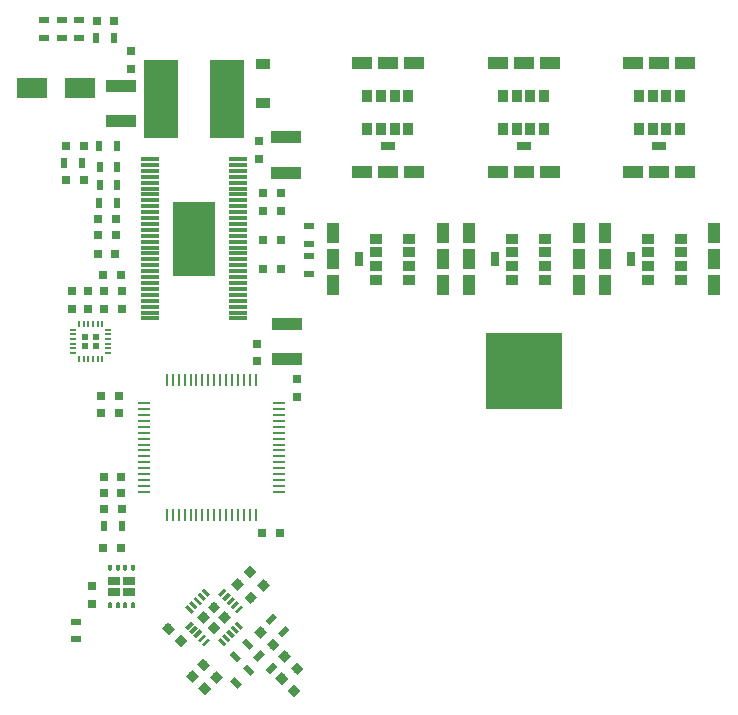
<source format=gbr>
G04 #@! TF.GenerationSoftware,KiCad,Pcbnew,(2017-08-25 revision dd37d0595)-makepkg*
G04 #@! TF.CreationDate,2018-04-16T21:33:21-04:00*
G04 #@! TF.ProjectId,VESC_6.4,564553435F362E342E6B696361645F70,rev?*
G04 #@! TF.SameCoordinates,Original*
G04 #@! TF.FileFunction,Paste,Top*
G04 #@! TF.FilePolarity,Positive*
%FSLAX46Y46*%
G04 Gerber Fmt 4.6, Leading zero omitted, Abs format (unit mm)*
G04 Created by KiCad (PCBNEW (2017-08-25 revision dd37d0595)-makepkg) date 04/16/18 21:33:21*
%MOMM*%
%LPD*%
G01*
G04 APERTURE LIST*
%ADD10R,1.550000X0.300000*%
%ADD11R,3.610000X6.350000*%
%ADD12R,2.500000X1.800000*%
%ADD13R,1.200000X0.900000*%
%ADD14R,6.500000X6.500000*%
%ADD15R,0.800000X0.750000*%
%ADD16R,0.750000X0.800000*%
%ADD17R,2.500000X1.000000*%
%ADD18C,0.750000*%
%ADD19C,0.100000*%
%ADD20R,2.850000X6.600000*%
%ADD21C,0.500000*%
%ADD22R,1.100000X1.700000*%
%ADD23R,1.100000X0.850000*%
%ADD24R,0.700000X1.300000*%
%ADD25R,1.700000X1.100000*%
%ADD26R,0.850000X1.100000*%
%ADD27R,1.300000X0.700000*%
%ADD28R,0.900000X0.500000*%
%ADD29R,0.500000X0.900000*%
%ADD30R,1.000000X0.250000*%
%ADD31R,0.250000X1.000000*%
%ADD32O,0.300000X0.550000*%
%ADD33R,0.300000X0.200000*%
%ADD34R,1.000000X0.650000*%
%ADD35C,0.300000*%
%ADD36R,0.525000X0.480000*%
%ADD37R,0.200000X0.550000*%
%ADD38R,0.550000X0.200000*%
G04 APERTURE END LIST*
D10*
X142548300Y-78124100D03*
X135048300Y-78124100D03*
X142548300Y-78624100D03*
X135048300Y-78624100D03*
X142548300Y-79124100D03*
X135048300Y-79124100D03*
X142548300Y-79624100D03*
X135048300Y-79624100D03*
X142548300Y-80124100D03*
X135048300Y-80124100D03*
X142548300Y-80624100D03*
X135048300Y-80624100D03*
X142548300Y-81124100D03*
X135048300Y-81124100D03*
X142548300Y-81624100D03*
X135048300Y-81624100D03*
X142548300Y-82124100D03*
X135048300Y-82124100D03*
X142548300Y-82624100D03*
X135048300Y-82624100D03*
X142548300Y-83124100D03*
X135048300Y-83124100D03*
X142548300Y-83624100D03*
X135048300Y-83624100D03*
X142548300Y-84124100D03*
X135048300Y-84124100D03*
X142548300Y-84624100D03*
X135048300Y-84624100D03*
X142548300Y-85124100D03*
X135048300Y-85124100D03*
X142548300Y-85624100D03*
X135048300Y-85624100D03*
X142548300Y-86124100D03*
X135048300Y-86124100D03*
X142548300Y-86624100D03*
X135048300Y-86624100D03*
X142548300Y-87124100D03*
X135048300Y-87124100D03*
X142548300Y-87624100D03*
X135048300Y-87624100D03*
X142548300Y-88124100D03*
X135048300Y-88124100D03*
X142548300Y-88624100D03*
X135048300Y-88624100D03*
X142548300Y-89124100D03*
X135048300Y-89124100D03*
X142548300Y-89624100D03*
X135048300Y-89624100D03*
X142548300Y-90124100D03*
X135048300Y-90124100D03*
X142548300Y-90624100D03*
X135048300Y-90624100D03*
X142548300Y-91124100D03*
X135048300Y-91124100D03*
X142548300Y-91624100D03*
X135048300Y-91624100D03*
D11*
X138798300Y-84874100D03*
D12*
X129114300Y-72072500D03*
X125114300Y-72072500D03*
D13*
X144637760Y-73364360D03*
X144637760Y-70064360D03*
D14*
X166707400Y-96104900D03*
D15*
X132664900Y-107759500D03*
X131164900Y-107759500D03*
X130568000Y-66459100D03*
X132068000Y-66459100D03*
X146063400Y-109766100D03*
X144563400Y-109766100D03*
X132644580Y-105011220D03*
X131144580Y-105011220D03*
D16*
X144145000Y-95263400D03*
X144145000Y-93763400D03*
D15*
X131157280Y-106382820D03*
X132657280Y-106382820D03*
X132461700Y-99606100D03*
X130961700Y-99606100D03*
D16*
X147523200Y-96747900D03*
X147523200Y-98247900D03*
D15*
X132169600Y-83223100D03*
X130669600Y-83223100D03*
X129476380Y-79886912D03*
X127976380Y-79886912D03*
X130669600Y-84582000D03*
X132169600Y-84582000D03*
X129463680Y-77016712D03*
X127963680Y-77016712D03*
X131088700Y-87922100D03*
X132588700Y-87922100D03*
X130644200Y-86169500D03*
X132144200Y-86169500D03*
D16*
X132727700Y-90793000D03*
X132727700Y-89293000D03*
D17*
X146672300Y-92086300D03*
X146672300Y-95086300D03*
D16*
X144284700Y-78131100D03*
X144284700Y-76631100D03*
D15*
X144665000Y-82486500D03*
X146165000Y-82486500D03*
X146165000Y-84975700D03*
X144665000Y-84975700D03*
X144677700Y-87477600D03*
X146177700Y-87477600D03*
X146165000Y-81026000D03*
X144665000Y-81026000D03*
D17*
X146621500Y-76287500D03*
X146621500Y-79287500D03*
D16*
X133477000Y-70498400D03*
X133477000Y-68998400D03*
D17*
X132600700Y-71906000D03*
X132600700Y-74906000D03*
D15*
X130961700Y-98221800D03*
X132461700Y-98221800D03*
X131106480Y-111099600D03*
X132606480Y-111099600D03*
D16*
X130124200Y-115799300D03*
X130124200Y-114299300D03*
D18*
X143627370Y-115262130D03*
D19*
G36*
X143609692Y-115810138D02*
X143079362Y-115279808D01*
X143645048Y-114714122D01*
X144175378Y-115244452D01*
X143609692Y-115810138D01*
X143609692Y-115810138D01*
G37*
D18*
X144688030Y-114201470D03*
D19*
G36*
X144670352Y-114749478D02*
X144140022Y-114219148D01*
X144705708Y-113653462D01*
X145236038Y-114183792D01*
X144670352Y-114749478D01*
X144670352Y-114749478D01*
G37*
D18*
X136634750Y-117859070D03*
D19*
G36*
X137182758Y-117876748D02*
X136652428Y-118407078D01*
X136086742Y-117841392D01*
X136617072Y-117311062D01*
X137182758Y-117876748D01*
X137182758Y-117876748D01*
G37*
D18*
X137695410Y-118919730D03*
D19*
G36*
X138243418Y-118937408D02*
X137713088Y-119467738D01*
X137147402Y-118902052D01*
X137677732Y-118371722D01*
X138243418Y-118937408D01*
X138243418Y-118937408D01*
G37*
D18*
X142484370Y-114131830D03*
D19*
G36*
X142502048Y-113583822D02*
X143032378Y-114114152D01*
X142466692Y-114679838D01*
X141936362Y-114149508D01*
X142502048Y-113583822D01*
X142502048Y-113583822D01*
G37*
D18*
X143545030Y-113071170D03*
D19*
G36*
X143562708Y-112523162D02*
X144093038Y-113053492D01*
X143527352Y-113619178D01*
X142997022Y-113088848D01*
X143562708Y-112523162D01*
X143562708Y-112523162D01*
G37*
D18*
X144452870Y-118176570D03*
D19*
G36*
X143904862Y-118158892D02*
X144435192Y-117628562D01*
X145000878Y-118194248D01*
X144470548Y-118724578D01*
X143904862Y-118158892D01*
X143904862Y-118158892D01*
G37*
D18*
X145513530Y-119237230D03*
D19*
G36*
X144965522Y-119219552D02*
X145495852Y-118689222D01*
X146061538Y-119254908D01*
X145531208Y-119785238D01*
X144965522Y-119219552D01*
X144965522Y-119219552D01*
G37*
D18*
X140674830Y-122005830D03*
D19*
G36*
X141222838Y-122023508D02*
X140692508Y-122553838D01*
X140126822Y-121988152D01*
X140657152Y-121457822D01*
X141222838Y-122023508D01*
X141222838Y-122023508D01*
G37*
D18*
X139614170Y-120945170D03*
D19*
G36*
X140162178Y-120962848D02*
X139631848Y-121493178D01*
X139066162Y-120927492D01*
X139596492Y-120397162D01*
X140162178Y-120962848D01*
X140162178Y-120962848D01*
G37*
D18*
X138661670Y-121910370D03*
D19*
G36*
X139209678Y-121928048D02*
X138679348Y-122458378D01*
X138113662Y-121892692D01*
X138643992Y-121362362D01*
X139209678Y-121928048D01*
X139209678Y-121928048D01*
G37*
D18*
X139722330Y-122971030D03*
D19*
G36*
X140270338Y-122988708D02*
X139740008Y-123519038D01*
X139174322Y-122953352D01*
X139704652Y-122423022D01*
X140270338Y-122988708D01*
X140270338Y-122988708D01*
G37*
D18*
X146227800Y-122097800D03*
D19*
G36*
X146775808Y-122115478D02*
X146245478Y-122645808D01*
X145679792Y-122080122D01*
X146210122Y-121549792D01*
X146775808Y-122115478D01*
X146775808Y-122115478D01*
G37*
D18*
X147288460Y-123158460D03*
D19*
G36*
X147836468Y-123176138D02*
X147306138Y-123706468D01*
X146740452Y-123140782D01*
X147270782Y-122610452D01*
X147836468Y-123176138D01*
X147836468Y-123176138D01*
G37*
D18*
X147545530Y-121269230D03*
D19*
G36*
X148093538Y-121286908D02*
X147563208Y-121817238D01*
X146997522Y-121251552D01*
X147527852Y-120721222D01*
X148093538Y-121286908D01*
X148093538Y-121286908D01*
G37*
D18*
X146484870Y-120208570D03*
D19*
G36*
X147032878Y-120226248D02*
X146502548Y-120756578D01*
X145936862Y-120190892D01*
X146467192Y-119660562D01*
X147032878Y-120226248D01*
X147032878Y-120226248D01*
G37*
D16*
X129827020Y-89303160D03*
X129827020Y-90803160D03*
X131216400Y-90805700D03*
X131216400Y-89305700D03*
X128485900Y-89305700D03*
X128485900Y-90805700D03*
D20*
X141623300Y-73025000D03*
X135973300Y-73025000D03*
D21*
X143329130Y-119192570D03*
D19*
G36*
X143187709Y-118697595D02*
X143824105Y-119333991D01*
X143470551Y-119687545D01*
X142834155Y-119051149D01*
X143187709Y-118697595D01*
X143187709Y-118697595D01*
G37*
D21*
X142268470Y-120253230D03*
D19*
G36*
X142127049Y-119758255D02*
X142763445Y-120394651D01*
X142409891Y-120748205D01*
X141773495Y-120111809D01*
X142127049Y-119758255D01*
X142127049Y-119758255D01*
G37*
D21*
X144310100Y-120180100D03*
D19*
G36*
X144805075Y-120038679D02*
X144168679Y-120675075D01*
X143815125Y-120321521D01*
X144451521Y-119685125D01*
X144805075Y-120038679D01*
X144805075Y-120038679D01*
G37*
D21*
X145370760Y-121240760D03*
D19*
G36*
X145865735Y-121099339D02*
X145229339Y-121735735D01*
X144875785Y-121382181D01*
X145512181Y-120745785D01*
X145865735Y-121099339D01*
X145865735Y-121099339D01*
G37*
D21*
X142357370Y-122463030D03*
D19*
G36*
X142215949Y-121968055D02*
X142852345Y-122604451D01*
X142498791Y-122958005D01*
X141862395Y-122321609D01*
X142215949Y-121968055D01*
X142215949Y-121968055D01*
G37*
D21*
X143418030Y-121402370D03*
D19*
G36*
X143276609Y-120907395D02*
X143913005Y-121543791D01*
X143559451Y-121897345D01*
X142923055Y-121260949D01*
X143276609Y-120907395D01*
X143276609Y-120907395D01*
G37*
D22*
X159857400Y-84404900D03*
X159857400Y-88804900D03*
X159857400Y-86604900D03*
X150557400Y-88804900D03*
X150557400Y-84404900D03*
X150557400Y-86604900D03*
D23*
X157007400Y-88329900D03*
X154207400Y-88329900D03*
X157007400Y-84879900D03*
X154207400Y-84879900D03*
X157007400Y-86029900D03*
X157007400Y-87179900D03*
X154207400Y-87179900D03*
X154207400Y-86029900D03*
D24*
X152807400Y-86604900D03*
D25*
X153007400Y-69954900D03*
X157407400Y-69954900D03*
X155207400Y-69954900D03*
X157407400Y-79254900D03*
X153007400Y-79254900D03*
X155207400Y-79254900D03*
D26*
X156932400Y-72804900D03*
X156932400Y-75604900D03*
X153482400Y-72804900D03*
X153482400Y-75604900D03*
X154632400Y-72804900D03*
X155782400Y-72804900D03*
X155782400Y-75604900D03*
X154632400Y-75604900D03*
D27*
X155207400Y-77004900D03*
D24*
X164307400Y-86604900D03*
D23*
X165707400Y-86029900D03*
X165707400Y-87179900D03*
X168507400Y-87179900D03*
X168507400Y-86029900D03*
X165707400Y-84879900D03*
X168507400Y-84879900D03*
X165707400Y-88329900D03*
X168507400Y-88329900D03*
D22*
X162057400Y-86604900D03*
X162057400Y-84404900D03*
X162057400Y-88804900D03*
X171357400Y-86604900D03*
X171357400Y-88804900D03*
X171357400Y-84404900D03*
D27*
X166707400Y-77004900D03*
D26*
X166132400Y-75604900D03*
X167282400Y-75604900D03*
X167282400Y-72804900D03*
X166132400Y-72804900D03*
X164982400Y-75604900D03*
X164982400Y-72804900D03*
X168432400Y-75604900D03*
X168432400Y-72804900D03*
D25*
X166707400Y-79254900D03*
X164507400Y-79254900D03*
X168907400Y-79254900D03*
X166707400Y-69954900D03*
X168907400Y-69954900D03*
X164507400Y-69954900D03*
D24*
X175807400Y-86604900D03*
D23*
X177207400Y-86029900D03*
X177207400Y-87179900D03*
X180007400Y-87179900D03*
X180007400Y-86029900D03*
X177207400Y-84879900D03*
X180007400Y-84879900D03*
X177207400Y-88329900D03*
X180007400Y-88329900D03*
D22*
X173557400Y-86604900D03*
X173557400Y-84404900D03*
X173557400Y-88804900D03*
X182857400Y-86604900D03*
X182857400Y-88804900D03*
X182857400Y-84404900D03*
D25*
X176007400Y-69954900D03*
X180407400Y-69954900D03*
X178207400Y-69954900D03*
X180407400Y-79254900D03*
X176007400Y-79254900D03*
X178207400Y-79254900D03*
D26*
X179932400Y-72804900D03*
X179932400Y-75604900D03*
X176482400Y-72804900D03*
X176482400Y-75604900D03*
X177632400Y-72804900D03*
X178782400Y-72804900D03*
X178782400Y-75604900D03*
X177632400Y-75604900D03*
D27*
X178207400Y-77004900D03*
D28*
X129044700Y-66344100D03*
X129044700Y-67844100D03*
X127584200Y-67844100D03*
X127584200Y-66344100D03*
X126111000Y-66356800D03*
X126111000Y-67856800D03*
D29*
X132677600Y-109194600D03*
X131177600Y-109194600D03*
X132029900Y-67906900D03*
X130529900Y-67906900D03*
X132309300Y-78790800D03*
X130809300Y-78790800D03*
X130809300Y-80302100D03*
X132309300Y-80302100D03*
X127824680Y-78451812D03*
X129324680Y-78451812D03*
X132283900Y-77025500D03*
X130783900Y-77025500D03*
X132296600Y-81813400D03*
X130796600Y-81813400D03*
D28*
X148501100Y-87872000D03*
X148501100Y-86372000D03*
X128808480Y-117283800D03*
X128808480Y-118783800D03*
D21*
X146415230Y-118119630D03*
D19*
G36*
X146910205Y-117978209D02*
X146273809Y-118614605D01*
X145920255Y-118261051D01*
X146556651Y-117624655D01*
X146910205Y-117978209D01*
X146910205Y-117978209D01*
G37*
D21*
X145354570Y-117058970D03*
D19*
G36*
X145849545Y-116917549D02*
X145213149Y-117553945D01*
X144859595Y-117200391D01*
X145495991Y-116563995D01*
X145849545Y-116917549D01*
X145849545Y-116917549D01*
G37*
D28*
X148501100Y-83806600D03*
X148501100Y-85306600D03*
D30*
X145958800Y-98802500D03*
X145958800Y-99302500D03*
X145958800Y-99802500D03*
X145958800Y-100302500D03*
X145958800Y-100802500D03*
X145958800Y-101302500D03*
X145958800Y-101802500D03*
X145958800Y-102302500D03*
X145958800Y-102802500D03*
X145958800Y-103302500D03*
X145958800Y-103802500D03*
X145958800Y-104302500D03*
X145958800Y-104802500D03*
X145958800Y-105302500D03*
X145958800Y-105802500D03*
X145958800Y-106302500D03*
D31*
X144008800Y-108252500D03*
X143508800Y-108252500D03*
X143008800Y-108252500D03*
X142508800Y-108252500D03*
X142008800Y-108252500D03*
X141508800Y-108252500D03*
X141008800Y-108252500D03*
X140508800Y-108252500D03*
X140008800Y-108252500D03*
X139508800Y-108252500D03*
X139008800Y-108252500D03*
X138508800Y-108252500D03*
X138008800Y-108252500D03*
X137508800Y-108252500D03*
X137008800Y-108252500D03*
X136508800Y-108252500D03*
D30*
X134558800Y-106302500D03*
X134558800Y-105802500D03*
X134558800Y-105302500D03*
X134558800Y-104802500D03*
X134558800Y-104302500D03*
X134558800Y-103802500D03*
X134558800Y-103302500D03*
X134558800Y-102802500D03*
X134558800Y-102302500D03*
X134558800Y-101802500D03*
X134558800Y-101302500D03*
X134558800Y-100802500D03*
X134558800Y-100302500D03*
X134558800Y-99802500D03*
X134558800Y-99302500D03*
X134558800Y-98802500D03*
D31*
X136508800Y-96852500D03*
X137008800Y-96852500D03*
X137508800Y-96852500D03*
X138008800Y-96852500D03*
X138508800Y-96852500D03*
X139008800Y-96852500D03*
X139508800Y-96852500D03*
X140008800Y-96852500D03*
X140508800Y-96852500D03*
X141008800Y-96852500D03*
X141508800Y-96852500D03*
X142008800Y-96852500D03*
X142508800Y-96852500D03*
X143008800Y-96852500D03*
X143508800Y-96852500D03*
X144008800Y-96852500D03*
D32*
X133636500Y-112793600D03*
X132986500Y-112793600D03*
D33*
X132336500Y-112593600D03*
D32*
X131686500Y-112793600D03*
X131686500Y-115893600D03*
X132336500Y-115893600D03*
D33*
X132986500Y-116093600D03*
X133636500Y-116093600D03*
D34*
X133286500Y-113893600D03*
X133286500Y-114793600D03*
X132036500Y-113893600D03*
X132036500Y-114793600D03*
D33*
X133636500Y-112593600D03*
X132986500Y-112593600D03*
D32*
X132336500Y-112793600D03*
D33*
X131686500Y-112593600D03*
X131686500Y-116093600D03*
X132336500Y-116093600D03*
D32*
X132986500Y-115893600D03*
X133636500Y-115893600D03*
D18*
X140505589Y-116041899D03*
D19*
G36*
X139975259Y-116041899D02*
X140505589Y-115511569D01*
X141035919Y-116041899D01*
X140505589Y-116572229D01*
X139975259Y-116041899D01*
X139975259Y-116041899D01*
G37*
D18*
X139621706Y-116925782D03*
D19*
G36*
X139091376Y-116925782D02*
X139621706Y-116395452D01*
X140152036Y-116925782D01*
X139621706Y-117456112D01*
X139091376Y-116925782D01*
X139091376Y-116925782D01*
G37*
D18*
X141389472Y-116925782D03*
D19*
G36*
X140859142Y-116925782D02*
X141389472Y-116395452D01*
X141919802Y-116925782D01*
X141389472Y-117456112D01*
X140859142Y-116925782D01*
X140859142Y-116925782D01*
G37*
D18*
X140505589Y-117809665D03*
D19*
G36*
X139975259Y-117809665D02*
X140505589Y-117279335D01*
X141035919Y-117809665D01*
X140505589Y-118339995D01*
X139975259Y-117809665D01*
X139975259Y-117809665D01*
G37*
D35*
X141187947Y-114829210D03*
D19*
G36*
X141035919Y-115193370D02*
X140823787Y-114981238D01*
X141339975Y-114465050D01*
X141552107Y-114677182D01*
X141035919Y-115193370D01*
X141035919Y-115193370D01*
G37*
D35*
X141541500Y-115182764D03*
D19*
G36*
X141389472Y-115546924D02*
X141177340Y-115334792D01*
X141693528Y-114818604D01*
X141905660Y-115030736D01*
X141389472Y-115546924D01*
X141389472Y-115546924D01*
G37*
D35*
X141895054Y-115536317D03*
D19*
G36*
X141743026Y-115900477D02*
X141530894Y-115688345D01*
X142047082Y-115172157D01*
X142259214Y-115384289D01*
X141743026Y-115900477D01*
X141743026Y-115900477D01*
G37*
D35*
X142248607Y-115889871D03*
D19*
G36*
X142096579Y-116254031D02*
X141884447Y-116041899D01*
X142400635Y-115525711D01*
X142612767Y-115737843D01*
X142096579Y-116254031D01*
X142096579Y-116254031D01*
G37*
D35*
X142602161Y-116243424D03*
D19*
G36*
X142450133Y-116607584D02*
X142238001Y-116395452D01*
X142754189Y-115879264D01*
X142966321Y-116091396D01*
X142450133Y-116607584D01*
X142450133Y-116607584D01*
G37*
D35*
X142602161Y-117608140D03*
D19*
G36*
X142238001Y-117456112D02*
X142450133Y-117243980D01*
X142966321Y-117760168D01*
X142754189Y-117972300D01*
X142238001Y-117456112D01*
X142238001Y-117456112D01*
G37*
D35*
X142248607Y-117961693D03*
D19*
G36*
X141884447Y-117809665D02*
X142096579Y-117597533D01*
X142612767Y-118113721D01*
X142400635Y-118325853D01*
X141884447Y-117809665D01*
X141884447Y-117809665D01*
G37*
D35*
X141895054Y-118315247D03*
D19*
G36*
X141530894Y-118163219D02*
X141743026Y-117951087D01*
X142259214Y-118467275D01*
X142047082Y-118679407D01*
X141530894Y-118163219D01*
X141530894Y-118163219D01*
G37*
D35*
X141541500Y-118668800D03*
D19*
G36*
X141177340Y-118516772D02*
X141389472Y-118304640D01*
X141905660Y-118820828D01*
X141693528Y-119032960D01*
X141177340Y-118516772D01*
X141177340Y-118516772D01*
G37*
D35*
X141187947Y-119022354D03*
D19*
G36*
X140823787Y-118870326D02*
X141035919Y-118658194D01*
X141552107Y-119174382D01*
X141339975Y-119386514D01*
X140823787Y-118870326D01*
X140823787Y-118870326D01*
G37*
D35*
X139823231Y-119022354D03*
D19*
G36*
X139671203Y-119386514D02*
X139459071Y-119174382D01*
X139975259Y-118658194D01*
X140187391Y-118870326D01*
X139671203Y-119386514D01*
X139671203Y-119386514D01*
G37*
D35*
X139469678Y-118668800D03*
D19*
G36*
X139317650Y-119032960D02*
X139105518Y-118820828D01*
X139621706Y-118304640D01*
X139833838Y-118516772D01*
X139317650Y-119032960D01*
X139317650Y-119032960D01*
G37*
D35*
X139116124Y-118315247D03*
D19*
G36*
X138964096Y-118679407D02*
X138751964Y-118467275D01*
X139268152Y-117951087D01*
X139480284Y-118163219D01*
X138964096Y-118679407D01*
X138964096Y-118679407D01*
G37*
D35*
X138762571Y-117961693D03*
D19*
G36*
X138610543Y-118325853D02*
X138398411Y-118113721D01*
X138914599Y-117597533D01*
X139126731Y-117809665D01*
X138610543Y-118325853D01*
X138610543Y-118325853D01*
G37*
D35*
X138409017Y-117608140D03*
D19*
G36*
X138256989Y-117972300D02*
X138044857Y-117760168D01*
X138561045Y-117243980D01*
X138773177Y-117456112D01*
X138256989Y-117972300D01*
X138256989Y-117972300D01*
G37*
D35*
X138409017Y-116243424D03*
D19*
G36*
X138044857Y-116091396D02*
X138256989Y-115879264D01*
X138773177Y-116395452D01*
X138561045Y-116607584D01*
X138044857Y-116091396D01*
X138044857Y-116091396D01*
G37*
D35*
X138762571Y-115889871D03*
D19*
G36*
X138398411Y-115737843D02*
X138610543Y-115525711D01*
X139126731Y-116041899D01*
X138914599Y-116254031D01*
X138398411Y-115737843D01*
X138398411Y-115737843D01*
G37*
D35*
X139116124Y-115536317D03*
D19*
G36*
X138751964Y-115384289D02*
X138964096Y-115172157D01*
X139480284Y-115688345D01*
X139268152Y-115900477D01*
X138751964Y-115384289D01*
X138751964Y-115384289D01*
G37*
D35*
X139469678Y-115182764D03*
D19*
G36*
X139105518Y-115030736D02*
X139317650Y-114818604D01*
X139833838Y-115334792D01*
X139621706Y-115546924D01*
X139105518Y-115030736D01*
X139105518Y-115030736D01*
G37*
D35*
X139823231Y-114829210D03*
D19*
G36*
X139459071Y-114677182D02*
X139671203Y-114465050D01*
X140187391Y-114981238D01*
X139975259Y-115193370D01*
X139459071Y-114677182D01*
X139459071Y-114677182D01*
G37*
D36*
X130483000Y-93960900D03*
X130483000Y-93160900D03*
X129613000Y-93960900D03*
X129613000Y-93160900D03*
D37*
X131048000Y-95060900D03*
X130648000Y-95060900D03*
X130248000Y-95060900D03*
X129848000Y-95060900D03*
X129448000Y-95060900D03*
X129048000Y-95060900D03*
D38*
X128548000Y-94560900D03*
X128548000Y-94160900D03*
X128548000Y-93760900D03*
X128548000Y-93360900D03*
X128548000Y-92960900D03*
X128548000Y-92560900D03*
D37*
X129048000Y-92060900D03*
X129448000Y-92060900D03*
X129848000Y-92060900D03*
X130248000Y-92060900D03*
X130648000Y-92060900D03*
X131048000Y-92060900D03*
D38*
X131548000Y-92560900D03*
X131548000Y-92960900D03*
X131548000Y-93360900D03*
X131548000Y-93760900D03*
X131548000Y-94160900D03*
X131548000Y-94560900D03*
M02*

</source>
